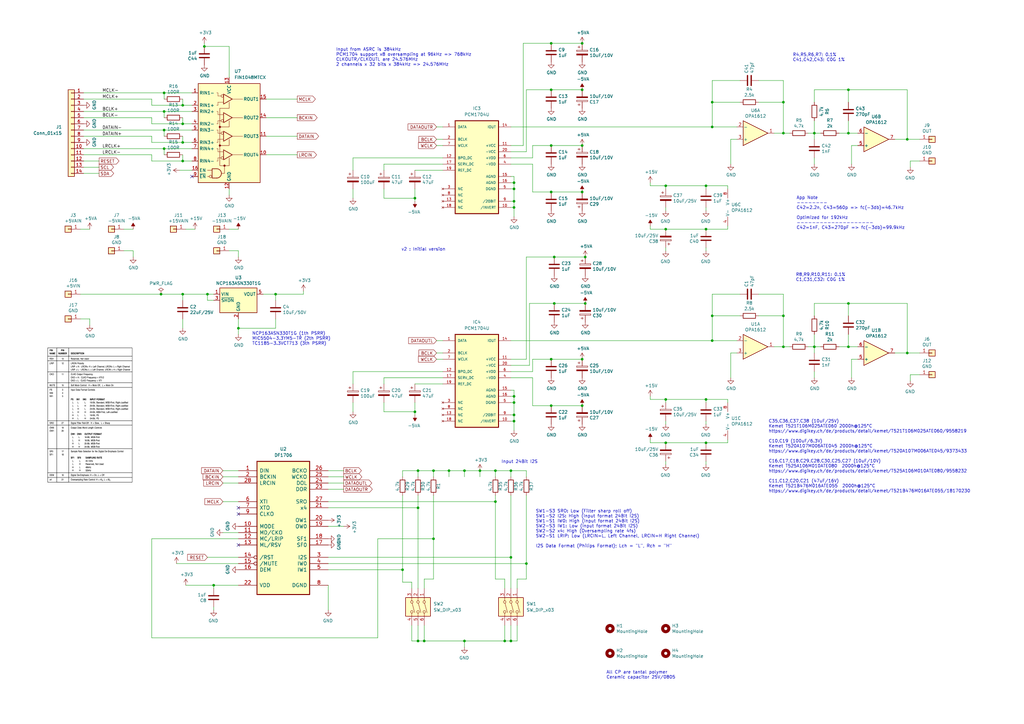
<source format=kicad_sch>
(kicad_sch (version 20250114) (generator "eeschema") (generator_version "9.0")
  (paper "A3")
  (title_block (title "DAC PCM1704 I2S NOS") (date "2025-09-17") (rev "V5"))
  (text "App Note\n--------\nC42=2.2n, C43=560p => fc(-3db)=46.7kHz\n\nOptimized for 192kHz\n--------------------\nC42=1nF, C43=270pF => fc(-3db)=99.9kHz" (at 326.644 87.376 0) (effects (font (size 1.27 1.27)) (justify left)))
  (text "All CP are tantal polymer\nCeramic capacitor 25V/0805" (at 248.666 278.638 0) (effects (font (size 1.27 1.27)) (justify left bottom)))
  (text "R4,R5,R6,R7: 0.1%\nC41,C42,C43: C0G 1%" (at 325.12 25.4 0) (effects (font (size 1.27 1.27)) (justify left bottom)))
  (text "v2 : Initial version" (at 164.592 103.124 0) (effects (font (size 1.27 1.27)) (justify left bottom)))
  (text "SW1-S3 SRO: Low (Filter sharp roll off)\nSW1-S2 I2S: High (Input format 24Bit I2S)\nSW1-S1 IW0: High (Input format 24Bit I2S)\nSW2-S3 IW1: Low (Input format 24Bit I2S)\nSW2-S2 x4: High (Oversampling rate 4fs)\nSW2-S1 LRIP: Low (LRCIN=L, Left Channel, LRCIN=H Right Channel)\n\nI2S Data Format (Philips Format); Lch = \"L\", Rch = \"H\"\n\n" (at 219.71 217.932 0) (effects (font (size 1.27 1.27)) (justify left)))
  (text "Input 24Bit I2S" (at 213.106 189.484 0) (effects (font (size 1.27 1.27))))
  (text "NCP163ASN330T1G (1th PSRR)\nMIC5504-3.3YM5-TR (2th PSRR)\nTC1185-3.3VCT713 (3th PSRR)\n" (at 103.378 138.938 0) (effects (font (size 1.27 1.27)) (justify left)))
  (text "R8,R9,R10,R11: 0.1%\nC1,C31,C32: C0G 1%" (at 326.39 115.57 0) (effects (font (size 1.27 1.27)) (justify left bottom)))
  (text "Input from ASRC is 384kHz\nPCM1704 support x8 oversampling at 96kHz => 768kHz\nCLKOUTR/CLKOUTL are 24.576MHz\n2 channels x 32 bits x 384kHz => 24.576MHz" (at 137.795 27.305 0) (effects (font (size 1.27 1.27)) (justify left bottom)))
  (text "C35,C36,C37,C38 (10uF/25V)\nKemet T521T106M025ATE060 2000h@125°C\nhttps://www.digikey.ch/de/products/detail/kemet/T521T106M025ATE060/9558219\n\nC10,C19 (100uF/6.3V)\nKemet T520A107M006ATE045 2000h@125°C\nhttps://www.digikey.ch/de/products/detail/kemet/T520A107M006ATE045/9373433\n\nC16,C17,C18,C29,C28,C30,C25,C27 (10uF/10V)\nKemet T525A106M010ATE080  2000h@125°C\nhttps://www.digikey.ch/de/products/detail/kemet/T525A106M010ATE080/9558232\n\nC11,C12,C20,C21 (47uF/16V)\nKemet T521B476M016ATE055  2000h@125°C\nhttps://www.digikey.ch/de/products/detail/kemet/T521B476M016ATE055/18170230\n" (at 315.214 187.198 0) (effects (font (size 1.27 1.27)) (justify left)))
  (junction (at 209.55 193.04))
  (junction (at 165.1 233.68))
  (junction (at 74.93 43.18))
  (junction (at 372.11 57.15))
  (junction (at 177.8 193.04))
  (junction (at 210.82 162.56))
  (junction (at 289.56 76.2))
  (junction (at 210.82 172.72))
  (junction (at 372.11 144.78))
  (junction (at 226.06 59.69))
  (junction (at 273.05 181.61))
  (junction (at 273.05 76.2))
  (junction (at 171.45 208.28))
  (junction (at 210.82 74.93))
  (junction (at 347.98 36.83))
  (junction (at 227.33 124.46))
  (junction (at 67.31 53.34))
  (junction (at 226.06 36.83))
  (junction (at 210.82 85.09))
  (junction (at 66.04 120.65))
  (junction (at 238.76 36.83))
  (junction (at 334.01 54.61))
  (junction (at 173.99 262.89))
  (junction (at 321.31 142.24))
  (junction (at 240.03 124.46))
  (junction (at 226.06 147.32))
  (junction (at 203.2 193.04))
  (junction (at 113.03 120.65))
  (junction (at 347.98 124.46))
  (junction (at 177.8 220.98))
  (junction (at 171.45 193.04))
  (junction (at 209.55 262.89))
  (junction (at 184.15 193.04))
  (junction (at 238.76 166.37))
  (junction (at 170.18 168.91))
  (junction (at 292.1 129.54))
  (junction (at 190.5 193.04))
  (junction (at 83.82 19.05))
  (junction (at 209.55 228.6))
  (junction (at 67.31 45.72))
  (junction (at 240.03 105.41))
  (junction (at 321.31 54.61))
  (junction (at 334.01 142.24))
  (junction (at 215.9 231.14))
  (junction (at 238.76 78.74))
  (junction (at 97.79 134.62))
  (junction (at 238.76 17.78))
  (junction (at 190.5 262.89))
  (junction (at 74.93 50.8))
  (junction (at 238.76 59.69))
  (junction (at 74.93 120.65))
  (junction (at 67.31 38.1))
  (junction (at 273.05 93.98))
  (junction (at 74.93 58.42))
  (junction (at 226.06 166.37))
  (junction (at 196.85 193.04))
  (junction (at 85.09 120.65))
  (junction (at 170.18 81.28))
  (junction (at 210.82 165.1))
  (junction (at 210.82 82.55))
  (junction (at 210.82 170.18))
  (junction (at 227.33 105.41))
  (junction (at 292.1 139.7))
  (junction (at 273.05 163.83))
  (junction (at 67.31 60.96))
  (junction (at 238.76 147.32))
  (junction (at 226.06 78.74))
  (junction (at 321.31 129.54))
  (junction (at 292.1 41.91))
  (junction (at 289.56 93.98))
  (junction (at 203.2 205.74))
  (junction (at 171.45 262.89))
  (junction (at 210.82 77.47))
  (junction (at 292.1 52.07))
  (junction (at 321.31 41.91))
  (junction (at 87.63 240.03))
  (junction (at 74.93 66.04))
  (junction (at 289.56 181.61))
  (junction (at 289.56 163.83))
  (junction (at 347.98 142.24))
  (junction (at 226.06 17.78))
  (junction (at 207.01 262.89))
  (junction (at 347.98 54.61))
  (no_connect (at 97.79 210.82))
  (no_connect (at 78.74 72.39))
  (no_connect (at 97.79 223.52))
  (no_connect (at 97.79 208.28))
  (wire (pts (xy 209.55 203.2) (xy 209.55 228.6)))
  (wire (pts (xy 87.63 248.92) (xy 87.63 250.19)))
  (wire (pts (xy 203.2 195.58) (xy 203.2 193.04)))
  (wire (pts (xy 184.15 193.04) (xy 184.15 195.58)))
  (wire (pts (xy 62.23 55.88) (xy 62.23 58.42)))
  (wire (pts (xy 171.45 193.04) (xy 171.45 195.58)))
  (wire (pts (xy 334.01 144.78) (xy 334.01 142.24)))
  (wire (pts (xy 34.29 45.72) (xy 67.31 45.72)))
  (wire (pts (xy 97.79 93.98) (xy 93.98 93.98)))
  (wire (pts (xy 157.48 69.85) (xy 157.48 67.31)))
  (wire (pts (xy 218.44 154.94) (xy 218.44 166.37)))
  (wire (pts (xy 210.82 162.56) (xy 210.82 160.02)))
  (wire (pts (xy 168.91 256.54) (xy 168.91 262.89)))
  (wire (pts (xy 154.94 261.62) (xy 154.94 220.98)))
  (wire (pts (xy 113.03 123.19) (xy 113.03 120.65)))
  (wire (pts (xy 67.31 45.72) (xy 78.74 45.72)))
  (wire (pts (xy 36.83 93.98) (xy 33.02 93.98)))
  (wire (pts (xy 210.82 72.39) (xy 209.55 72.39)))
  (wire (pts (xy 36.83 133.35) (xy 36.83 130.81)))
  (wire (pts (xy 214.63 17.78) (xy 214.63 59.69)))
  (wire (pts (xy 170.18 168.91) (xy 170.18 165.1)))
  (wire (pts (xy 34.29 68.58) (xy 40.64 68.58)))
  (wire (pts (xy 209.55 62.23) (xy 215.9 62.23)))
  (wire (pts (xy 93.98 31.75) (xy 93.98 19.05)))
  (wire (pts (xy 62.23 43.18) (xy 74.93 43.18)))
  (wire (pts (xy 209.55 52.07) (xy 292.1 52.07)))
  (wire (pts (xy 218.44 147.32) (xy 226.06 147.32)))
  (wire (pts (xy 336.55 54.61) (xy 334.01 54.61)))
  (wire (pts (xy 210.82 77.47) (xy 210.82 74.93)))
  (wire (pts (xy 179.07 59.69) (xy 181.61 59.69)))
  (wire (pts (xy 157.48 67.31) (xy 181.61 67.31)))
  (wire (pts (xy 273.05 93.98) (xy 266.7 93.98)))
  (wire (pts (xy 334.01 57.15) (xy 334.01 54.61)))
  (wire (pts (xy 209.55 195.58) (xy 209.55 193.04)))
  (wire (pts (xy 134.62 233.68) (xy 165.1 233.68)))
  (wire (pts (xy 214.63 17.78) (xy 226.06 17.78)))
  (wire (pts (xy 209.55 82.55) (xy 210.82 82.55)))
  (wire (pts (xy 209.55 172.72) (xy 210.82 172.72)))
  (wire (pts (xy 170.18 82.55) (xy 170.18 81.28)))
  (wire (pts (xy 209.55 149.86) (xy 217.17 149.86)))
  (wire (pts (xy 218.44 59.69) (xy 226.06 59.69)))
  (wire (pts (xy 298.45 180.34) (xy 298.45 181.61)))
  (wire (pts (xy 292.1 52.07) (xy 292.1 41.91)))
  (wire (pts (xy 273.05 76.2) (xy 266.7 76.2)))
  (wire (pts (xy 273.05 181.61) (xy 266.7 181.61)))
  (wire (pts (xy 33.02 120.65) (xy 66.04 120.65)))
  (wire (pts (xy 273.05 163.83) (xy 273.05 165.1)))
  (wire (pts (xy 336.55 142.24) (xy 334.01 142.24)))
  (wire (pts (xy 226.06 36.83) (xy 238.76 36.83)))
  (wire (pts (xy 298.45 92.71) (xy 298.45 93.98)))
  (wire (pts (xy 373.38 156.21) (xy 373.38 153.67)))
  (wire (pts (xy 62.23 58.42) (xy 74.93 58.42)))
  (wire (pts (xy 321.31 41.91) (xy 321.31 33.02)))
  (wire (pts (xy 168.91 262.89) (xy 171.45 262.89)))
  (wire (pts (xy 134.62 200.66) (xy 140.97 200.66)))
  (wire (pts (xy 34.29 40.64) (xy 62.23 40.64)))
  (wire (pts (xy 299.72 67.31) (xy 299.72 57.15)))
  (wire (pts (xy 67.31 38.1) (xy 78.74 38.1)))
  (wire (pts (xy 157.48 168.91) (xy 170.18 168.91)))
  (wire (pts (xy 289.56 86.36) (xy 289.56 85.09)))
  (wire (pts (xy 170.18 81.28) (xy 170.18 77.47)))
  (wire (pts (xy 289.56 190.5) (xy 289.56 189.23)))
  (wire (pts (xy 214.63 59.69) (xy 209.55 59.69)))
  (wire (pts (xy 210.82 82.55) (xy 210.82 85.09)))
  (wire (pts (xy 181.61 69.85) (xy 170.18 69.85)))
  (wire (pts (xy 210.82 160.02) (xy 209.55 160.02)))
  (wire (pts (xy 207.01 256.54) (xy 207.01 262.89)))
  (wire (pts (xy 190.5 193.04) (xy 190.5 195.58)))
  (wire (pts (xy 347.98 137.16) (xy 347.98 142.24)))
  (wire (pts (xy 36.83 130.81) (xy 33.02 130.81)))
  (wire (pts (xy 74.93 120.65) (xy 85.09 120.65)))
  (wire (pts (xy 109.22 48.26) (xy 121.92 48.26)))
  (wire (pts (xy 372.11 36.83) (xy 372.11 57.15)))
  (wire (pts (xy 210.82 172.72) (xy 210.82 176.53)))
  (wire (pts (xy 179.07 144.78) (xy 181.61 144.78)))
  (wire (pts (xy 302.26 139.7) (xy 292.1 139.7)))
  (wire (pts (xy 321.31 54.61) (xy 317.5 54.61)))
  (wire (pts (xy 165.1 233.68) (xy 165.1 238.76)))
  (wire (pts (xy 210.82 77.47) (xy 209.55 77.47)))
  (wire (pts (xy 334.01 154.94) (xy 334.01 152.4)))
  (wire (pts (xy 181.61 152.4) (xy 144.78 152.4)))
  (wire (pts (xy 124.46 120.65) (xy 124.46 119.38)))
  (wire (pts (xy 218.44 152.4) (xy 218.44 147.32)))
  (wire (pts (xy 165.1 238.76) (xy 168.91 238.76)))
  (wire (pts (xy 215.9 231.14) (xy 215.9 237.49)))
  (wire (pts (xy 107.95 120.65) (xy 113.03 120.65)))
  (wire (pts (xy 209.55 170.18) (xy 210.82 170.18)))
  (wire (pts (xy 134.62 195.58) (xy 140.97 195.58)))
  (wire (pts (xy 80.01 93.98) (xy 76.2 93.98)))
  (wire (pts (xy 157.48 77.47) (xy 157.48 81.28)))
  (wire (pts (xy 209.55 64.77) (xy 218.44 64.77)))
  (wire (pts (xy 321.31 41.91) (xy 321.31 54.61)))
  (wire (pts (xy 207.01 262.89) (xy 209.55 262.89)))
  (wire (pts (xy 85.09 123.19) (xy 85.09 120.65)))
  (wire (pts (xy 165.1 203.2) (xy 165.1 233.68)))
  (wire (pts (xy 303.53 33.02) (xy 292.1 33.02)))
  (wire (pts (xy 97.79 134.62) (xy 97.79 130.81)))
  (wire (pts (xy 273.05 190.5) (xy 273.05 189.23)))
  (wire (pts (xy 177.8 193.04) (xy 184.15 193.04)))
  (wire (pts (xy 177.8 203.2) (xy 177.8 220.98)))
  (wire (pts (xy 226.06 147.32) (xy 238.76 147.32)))
  (wire (pts (xy 303.53 120.65) (xy 292.1 120.65)))
  (wire (pts (xy 298.45 163.83) (xy 289.56 163.83)))
  (wire (pts (xy 347.98 41.91) (xy 347.98 36.83)))
  (wire (pts (xy 321.31 142.24) (xy 317.5 142.24)))
  (wire (pts (xy 334.01 41.91) (xy 334.01 36.83)))
  (wire (pts (xy 347.98 36.83) (xy 372.11 36.83)))
  (wire (pts (xy 209.55 85.09) (xy 210.82 85.09)))
  (wire (pts (xy 34.29 53.34) (xy 67.31 53.34)))
  (wire (pts (xy 289.56 163.83) (xy 289.56 165.1)))
  (wire (pts (xy 87.63 240.03) (xy 87.63 241.3)))
  (wire (pts (xy 134.62 231.14) (xy 215.9 231.14)))
  (wire (pts (xy 203.2 193.04) (xy 196.85 193.04)))
  (wire (pts (xy 334.01 54.61) (xy 331.47 54.61)))
  (wire (pts (xy 298.45 93.98) (xy 289.56 93.98)))
  (wire (pts (xy 210.82 162.56) (xy 209.55 162.56)))
  (wire (pts (xy 74.93 63.5) (xy 74.93 66.04)))
  (wire (pts (xy 171.45 256.54) (xy 171.45 262.89)))
  (wire (pts (xy 215.9 193.04) (xy 209.55 193.04)))
  (wire (pts (xy 134.62 193.04) (xy 140.97 193.04)))
  (wire (pts (xy 215.9 105.41) (xy 227.33 105.41)))
  (wire (pts (xy 168.91 238.76) (xy 168.91 241.3)))
  (wire (pts (xy 171.45 262.89) (xy 173.99 262.89)))
  (wire (pts (xy 266.7 163.83) (xy 266.7 162.56)))
  (wire (pts (xy 91.44 195.58) (xy 97.79 195.58)))
  (wire (pts (xy 209.55 193.04) (xy 203.2 193.04)))
  (wire (pts (xy 85.09 228.6) (xy 97.79 228.6)))
  (wire (pts (xy 171.45 208.28) (xy 171.45 241.3)))
  (wire (pts (xy 227.33 105.41) (xy 240.03 105.41)))
  (wire (pts (xy 299.72 57.15) (xy 302.26 57.15)))
  (wire (pts (xy 97.79 137.16) (xy 97.79 134.62)))
  (wire (pts (xy 62.23 261.62) (xy 154.94 261.62)))
  (wire (pts (xy 67.31 38.1) (xy 67.31 40.64)))
  (wire (pts (xy 347.98 54.61) (xy 344.17 54.61)))
  (wire (pts (xy 87.63 123.19) (xy 85.09 123.19)))
  (wire (pts (xy 311.15 41.91) (xy 321.31 41.91)))
  (wire (pts (xy 134.62 205.74) (xy 203.2 205.74)))
  (wire (pts (xy 91.44 218.44) (xy 97.79 218.44)))
  (wire (pts (xy 67.31 45.72) (xy 67.31 48.26)))
  (wire (pts (xy 218.44 78.74) (xy 226.06 78.74)))
  (wire (pts (xy 144.78 168.91) (xy 144.78 165.1)))
  (wire (pts (xy 157.48 154.94) (xy 181.61 154.94)))
  (wire (pts (xy 209.55 147.32) (xy 215.9 147.32)))
  (wire (pts (xy 157.48 157.48) (xy 157.48 154.94)))
  (wire (pts (xy 62.23 66.04) (xy 74.93 66.04)))
  (wire (pts (xy 323.85 54.61) (xy 321.31 54.61)))
  (wire (pts (xy 144.78 64.77) (xy 144.78 69.85)))
  (wire (pts (xy 372.11 57.15) (xy 367.03 57.15)))
  (wire (pts (xy 226.06 166.37) (xy 238.76 166.37)))
  (wire (pts (xy 74.93 123.19) (xy 74.93 120.65)))
  (wire (pts (xy 349.25 154.94) (xy 349.25 147.32)))
  (wire (pts (xy 292.1 33.02) (xy 292.1 41.91)))
  (wire (pts (xy 74.93 58.42) (xy 78.74 58.42)))
  (wire (pts (xy 321.31 129.54) (xy 321.31 142.24)))
  (wire (pts (xy 179.07 52.07) (xy 181.61 52.07)))
  (wire (pts (xy 292.1 139.7) (xy 292.1 129.54)))
  (wire (pts (xy 292.1 129.54) (xy 303.53 129.54)))
  (wire (pts (xy 298.45 77.47) (xy 298.45 76.2)))
  (wire (pts (xy 210.82 170.18) (xy 210.82 172.72)))
  (wire (pts (xy 171.45 193.04) (xy 177.8 193.04)))
  (wire (pts (xy 73.66 69.85) (xy 78.74 69.85)))
  (wire (pts (xy 218.44 166.37) (xy 226.06 166.37)))
  (wire (pts (xy 212.09 256.54) (xy 212.09 262.89)))
  (wire (pts (xy 74.93 66.04) (xy 78.74 66.04)))
  (wire (pts (xy 334.01 54.61) (xy 334.01 49.53)))
  (wire (pts (xy 97.79 102.87) (xy 93.98 102.87)))
  (wire (pts (xy 266.7 76.2) (xy 266.7 74.93)))
  (wire (pts (xy 109.22 40.64) (xy 121.92 40.64)))
  (wire (pts (xy 210.82 165.1) (xy 209.55 165.1)))
  (wire (pts (xy 85.09 120.65) (xy 87.63 120.65)))
  (wire (pts (xy 347.98 142.24) (xy 344.17 142.24)))
  (wire (pts (xy 179.07 139.7) (xy 181.61 139.7)))
  (wire (pts (xy 34.29 60.96) (xy 67.31 60.96)))
  (wire (pts (xy 196.85 193.04) (xy 196.85 195.58)))
  (wire (pts (xy 207.01 237.49) (xy 207.01 241.3)))
  (wire (pts (xy 74.93 43.18) (xy 78.74 43.18)))
  (wire (pts (xy 177.8 237.49) (xy 173.99 237.49)))
  (wire (pts (xy 203.2 203.2) (xy 203.2 205.74)))
  (wire (pts (xy 67.31 53.34) (xy 78.74 53.34)))
  (wire (pts (xy 109.22 63.5) (xy 121.92 63.5)))
  (wire (pts (xy 226.06 78.74) (xy 238.76 78.74)))
  (wire (pts (xy 154.94 220.98) (xy 177.8 220.98)))
  (wire (pts (xy 321.31 129.54) (xy 321.31 120.65)))
  (wire (pts (xy 173.99 262.89) (xy 190.5 262.89)))
  (wire (pts (xy 177.8 220.98) (xy 177.8 237.49)))
  (wire (pts (xy 113.03 134.62) (xy 113.03 130.81)))
  (wire (pts (xy 215.9 203.2) (xy 215.9 231.14)))
  (wire (pts (xy 34.29 71.12) (xy 40.64 71.12)))
  (wire (pts (xy 179.07 57.15) (xy 181.61 57.15)))
  (wire (pts (xy 34.29 48.26) (xy 62.23 48.26)))
  (wire (pts (xy 289.56 76.2) (xy 289.56 77.47)))
  (wire (pts (xy 134.62 208.28) (xy 171.45 208.28)))
  (wire (pts (xy 91.44 193.04) (xy 97.79 193.04)))
  (wire (pts (xy 76.2 240.03) (xy 87.63 240.03)))
  (wire (pts (xy 289.56 163.83) (xy 273.05 163.83)))
  (wire (pts (xy 347.98 124.46) (xy 372.11 124.46)))
  (wire (pts (xy 334.01 36.83) (xy 347.98 36.83)))
  (wire (pts (xy 289.56 173.99) (xy 289.56 172.72)))
  (wire (pts (xy 134.62 215.9) (xy 140.97 215.9)))
  (wire (pts (xy 334.01 124.46) (xy 347.98 124.46)))
  (wire (pts (xy 218.44 78.74) (xy 218.44 67.31)))
  (wire (pts (xy 226.06 17.78) (xy 238.76 17.78)))
  (wire (pts (xy 289.56 181.61) (xy 273.05 181.61)))
  (wire (pts (xy 218.44 67.31) (xy 209.55 67.31)))
  (wire (pts (xy 334.01 67.31) (xy 334.01 64.77)))
  (wire (pts (xy 144.78 152.4) (xy 144.78 157.48)))
  (wire (pts (xy 190.5 193.04) (xy 196.85 193.04)))
  (wire (pts (xy 54.61 102.87) (xy 50.8 102.87)))
  (wire (pts (xy 67.31 60.96) (xy 78.74 60.96)))
  (wire (pts (xy 170.18 170.18) (xy 170.18 168.91)))
  (wire (pts (xy 134.62 240.03) (xy 134.62 250.19)))
  (wire (pts (xy 72.39 231.14) (xy 97.79 231.14)))
  (wire (pts (xy 54.61 105.41) (xy 54.61 102.87)))
  (wire (pts (xy 74.93 55.88) (xy 74.93 58.42)))
  (wire (pts (xy 299.72 144.78) (xy 302.26 144.78)))
  (wire (pts (xy 349.25 67.31) (xy 349.25 59.69)))
  (wire (pts (xy 209.55 256.54) (xy 209.55 262.89)))
  (wire (pts (xy 321.31 120.65) (xy 311.15 120.65)))
  (wire (pts (xy 34.29 55.88) (xy 62.23 55.88)))
  (wire (pts (xy 334.01 142.24) (xy 334.01 137.16)))
  (wire (pts (xy 321.31 33.02) (xy 311.15 33.02)))
  (wire (pts (xy 289.56 93.98) (xy 273.05 93.98)))
  (wire (pts (xy 54.61 93.98) (xy 50.8 93.98)))
  (wire (pts (xy 298.45 181.61) (xy 289.56 181.61)))
  (wire (pts (xy 62.23 220.98) (xy 62.23 261.62)))
  (wire (pts (xy 210.82 85.09) (xy 210.82 88.9)))
  (wire (pts (xy 273.05 86.36) (xy 273.05 85.09)))
  (wire (pts (xy 349.25 147.32) (xy 351.79 147.32)))
  (wire (pts (xy 212.09 237.49) (xy 212.09 241.3)))
  (wire (pts (xy 209.55 228.6) (xy 209.55 241.3)))
  (wire (pts (xy 215.9 237.49) (xy 212.09 237.49)))
  (wire (pts (xy 227.33 124.46) (xy 240.03 124.46)))
  (wire (pts (xy 298.45 76.2) (xy 289.56 76.2)))
  (wire (pts (xy 34.29 66.04) (xy 40.64 66.04)))
  (wire (pts (xy 217.17 149.86) (xy 217.17 124.46)))
  (wire (pts (xy 372.11 144.78) (xy 367.03 144.78)))
  (wire (pts (xy 372.11 124.46) (xy 372.11 144.78)))
  (wire (pts (xy 144.78 81.28) (xy 144.78 77.47)))
  (wire (pts (xy 66.04 120.65) (xy 74.93 120.65)))
  (wire (pts (xy 179.07 147.32) (xy 181.61 147.32)))
  (wire (pts (xy 113.03 120.65) (xy 124.46 120.65)))
  (wire (pts (xy 334.01 142.24) (xy 331.47 142.24)))
  (wire (pts (xy 209.55 152.4) (xy 218.44 152.4)))
  (wire (pts (xy 171.45 203.2) (xy 171.45 208.28)))
  (wire (pts (xy 74.93 40.64) (xy 74.93 43.18)))
  (wire (pts (xy 209.55 262.89) (xy 212.09 262.89)))
  (wire (pts (xy 34.29 38.1) (xy 67.31 38.1)))
  (wire (pts (xy 351.79 54.61) (xy 347.98 54.61)))
  (wire (pts (xy 273.05 102.87) (xy 273.05 101.6)))
  (wire (pts (xy 83.82 17.78) (xy 83.82 19.05)))
  (wire (pts (xy 157.48 165.1) (xy 157.48 168.91)))
  (wire (pts (xy 67.31 53.34) (xy 67.31 55.88)))
  (wire (pts (xy 347.98 129.54) (xy 347.98 124.46)))
  (wire (pts (xy 302.26 52.07) (xy 292.1 52.07)))
  (wire (pts (xy 210.82 77.47) (xy 210.82 82.55)))
  (wire (pts (xy 74.93 134.62) (xy 74.93 130.81)))
  (wire (pts (xy 215.9 62.23) (xy 215.9 36.83)))
  (wire (pts (xy 289.56 76.2) (xy 273.05 76.2)))
  (wire (pts (xy 173.99 256.54) (xy 173.99 262.89)))
  (wire (pts (xy 165.1 193.04) (xy 171.45 193.04)))
  (wire (pts (xy 373.38 68.58) (xy 373.38 66.04)))
  (wire (pts (xy 91.44 205.74) (xy 97.79 205.74)))
  (wire (pts (xy 87.63 240.03) (xy 97.79 240.03)))
  (wire (pts (xy 97.79 134.62) (xy 113.03 134.62)))
  (wire (pts (xy 184.15 193.04) (xy 190.5 193.04)))
  (wire (pts (xy 218.44 64.77) (xy 218.44 59.69)))
  (wire (pts (xy 177.8 193.04) (xy 177.8 195.58)))
  (wire (pts (xy 165.1 195.58) (xy 165.1 193.04)))
  (wire (pts (xy 273.05 173.99) (xy 273.05 172.72)))
  (wire (pts (xy 62.23 48.26) (xy 62.23 50.8)))
  (wire (pts (xy 210.82 165.1) (xy 210.82 162.56)))
  (wire (pts (xy 377.19 144.78) (xy 372.11 144.78)))
  (wire (pts (xy 292.1 41.91) (xy 303.53 41.91)))
  (wire (pts (xy 109.22 55.88) (xy 121.92 55.88)))
  (wire (pts (xy 289.56 102.87) (xy 289.56 101.6)))
  (wire (pts (xy 311.15 129.54) (xy 321.31 129.54)))
  (wire (pts (xy 273.05 76.2) (xy 273.05 77.47)))
  (wire (pts (xy 347.98 49.53) (xy 347.98 54.61)))
  (wire (pts (xy 74.93 48.26) (xy 74.93 50.8)))
  (wire (pts (xy 181.61 64.77) (xy 144.78 64.77)))
  (wire (pts (xy 62.23 50.8) (xy 74.93 50.8)))
  (wire (pts (xy 266.7 93.98) (xy 266.7 92.71)))
  (wire (pts (xy 373.38 153.67) (xy 377.19 153.67)))
  (wire (pts (xy 173.99 237.49) (xy 173.99 241.3)))
  (wire (pts (xy 157.48 81.28) (xy 170.18 81.28)))
  (wire (pts (xy 134.62 228.6) (xy 209.55 228.6)))
  (wire (pts (xy 217.17 124.46) (xy 227.33 124.46)))
  (wire (pts (xy 226.06 59.69) (xy 238.76 59.69)))
  (wire (pts (xy 93.98 19.05) (xy 83.82 19.05)))
  (wire (pts (xy 93.98 77.47) (xy 93.98 80.01)))
  (wire (pts (xy 292.1 120.65) (xy 292.1 129.54)))
  (wire (pts (xy 210.82 165.1) (xy 210.82 170.18)))
  (wire (pts (xy 377.19 57.15) (xy 372.11 57.15)))
  (wire (pts (xy 91.44 198.12) (xy 97.79 198.12)))
  (wire (pts (xy 97.79 105.41) (xy 97.79 102.87)))
  (wire (pts (xy 190.5 262.89) (xy 190.5 265.43)))
  (wire (pts (xy 209.55 154.94) (xy 218.44 154.94)))
  (wire (pts (xy 62.23 40.64) (xy 62.23 43.18)))
  (wire (pts (xy 67.31 60.96) (xy 67.31 63.5)))
  (wire (pts (xy 351.79 142.24) (xy 347.98 142.24)))
  (wire (pts (xy 74.93 50.8) (xy 78.74 50.8)))
  (wire (pts (xy 62.23 63.5) (xy 62.23 66.04)))
  (wire (pts (xy 273.05 163.83) (xy 266.7 163.83)))
  (wire (pts (xy 62.23 220.98) (xy 97.79 220.98)))
  (wire (pts (xy 134.62 198.12) (xy 140.97 198.12)))
  (wire (pts (xy 203.2 237.49) (xy 207.01 237.49)))
  (wire (pts (xy 334.01 129.54) (xy 334.01 124.46)))
  (wire (pts (xy 215.9 195.58) (xy 215.9 193.04)))
  (wire (pts (xy 215.9 147.32) (xy 215.9 105.41)))
  (wire (pts (xy 299.72 154.94) (xy 299.72 144.78)))
  (wire (pts (xy 34.29 63.5) (xy 62.23 63.5)))
  (wire (pts (xy 373.38 66.04) (xy 377.19 66.04)))
  (wire (pts (xy 266.7 181.61) (xy 266.7 180.34)))
  (wire (pts (xy 203.2 205.74) (xy 203.2 237.49)))
  (wire (pts (xy 210.82 74.93) (xy 209.55 74.93)))
  (wire (pts (xy 190.5 262.89) (xy 207.01 262.89)))
  (wire (pts (xy 210.82 74.93) (xy 210.82 72.39)))
  (wire (pts (xy 298.45 165.1) (xy 298.45 163.83)))
  (wire (pts (xy 323.85 142.24) (xy 321.31 142.24)))
  (wire (pts (xy 349.25 59.69) (xy 351.79 59.69)))
  (wire (pts (xy 215.9 36.83) (xy 226.06 36.83)))
  (wire (pts (xy 181.61 157.48) (xy 170.18 157.48)))
  (wire (pts (xy 209.55 139.7) (xy 292.1 139.7)))
  (image (at 36.83 170.18) (scale 0.628831))
  (label "LRCLK-" (at 41.91 63.5 0))
  (label "LRCLK+" (at 41.91 60.96 0))
  (label "DATAIN-" (at 41.91 53.34 0))
  (label "MCLK+" (at 41.91 40.64 0))
  (label "BCLK+" (at 41.91 45.72 0))
  (label "DATAIN+" (at 41.91 55.88 0))
  (label "BCLK-" (at 41.91 48.26 0))
  (label "MCLK-" (at 41.91 38.1 0))
  (global_label "WCLK" (shape input) (at 179.07 59.69 180) (property "Intersheetrefs" "${INTERSHEET_REFS}" (effects (hide yes))))
  (global_label "WCLK" (shape output) (at 140.97 195.58 0) (property "Intersheetrefs" "${INTERSHEET_REFS}" (effects (hide yes))))
  (global_label "RESET" (shape output) (at 40.64 66.04 0) (property "Intersheetrefs" "${INTERSHEET_REFS}" (effects (hide yes))))
  (global_label "BCLK" (shape output) (at 140.97 193.04 0) (property "Intersheetrefs" "${INTERSHEET_REFS}" (effects (hide yes))))
  (global_label "BCLK" (shape input) (at 179.07 144.78 180) (property "Intersheetrefs" "${INTERSHEET_REFS}" (effects (hide yes))))
  (global_label "DATAOUTL" (shape output) (at 140.97 198.12 0) (property "Intersheetrefs" "${INTERSHEET_REFS}" (effects (hide yes))))
  (global_label "DATAOUTR" (shape input) (at 179.07 52.07 180) (property "Intersheetrefs" "${INTERSHEET_REFS}" (effects (hide yes))))
  (global_label "WCLK" (shape input) (at 179.07 147.32 180) (property "Intersheetrefs" "${INTERSHEET_REFS}" (effects (hide yes))))
  (global_label "DATAIN" (shape input) (at 91.44 193.04 180) (property "Intersheetrefs" "${INTERSHEET_REFS}" (effects (hide yes))))
  (global_label "SDA" (shape output) (at 40.64 71.12 0) (property "Intersheetrefs" "${INTERSHEET_REFS}" (effects (hide yes))))
  (global_label "BCKIN" (shape output) (at 121.92 48.26 0) (property "Intersheetrefs" "${INTERSHEET_REFS}" (effects (hide yes))))
  (global_label "BCLK" (shape input) (at 179.07 57.15 180) (property "Intersheetrefs" "${INTERSHEET_REFS}" (effects (hide yes))))
  (global_label "RESET" (shape input) (at 85.09 228.6 180) (property "Intersheetrefs" "${INTERSHEET_REFS}" (effects (hide yes))))
  (global_label "MCLK" (shape input) (at 91.44 205.74 180) (property "Intersheetrefs" "${INTERSHEET_REFS}" (effects (hide yes))))
  (global_label "DATAIN" (shape output) (at 121.92 55.88 0) (property "Intersheetrefs" "${INTERSHEET_REFS}" (effects (hide yes))))
  (global_label "LRCIN" (shape output) (at 121.92 63.5 0) (property "Intersheetrefs" "${INTERSHEET_REFS}" (effects (hide yes))))
  (global_label "MCLK" (shape output) (at 121.92 40.64 0) (property "Intersheetrefs" "${INTERSHEET_REFS}" (effects (hide yes))))
  (global_label "SCL" (shape output) (at 40.64 68.58 0) (property "Intersheetrefs" "${INTERSHEET_REFS}" (effects (hide yes))))
  (global_label "BCKIN" (shape input) (at 91.44 195.58 180) (property "Intersheetrefs" "${INTERSHEET_REFS}" (effects (hide yes))))
  (global_label "LRCIN" (shape input) (at 91.44 198.12 180) (property "Intersheetrefs" "${INTERSHEET_REFS}" (effects (hide yes))))
  (global_label "DATAOUTR" (shape output) (at 140.97 200.66 0) (property "Intersheetrefs" "${INTERSHEET_REFS}" (effects (hide yes))))
  (global_label "DATAOUTL" (shape input) (at 179.07 139.7 180) (property "Intersheetrefs" "${INTERSHEET_REFS}" (effects (hide yes))))
  (symbol (lib_name "MountingHole_2") (lib_id "Mechanical:MountingHole") (at 250.19 257.81 0) (unit 1)
    (property "Reference" "H1" (at 252.73 256.6416 0) (effects (justify left)))
    (property "Value" "MountingHole" (at 252.73 258.953 0) (effects (justify left)))
    (property "Footprint" "MountingHole:MountingHole_3.2mm_M3" (effects (hide yes)))
  )
  (symbol (lib_name "MountingHole_1") (lib_id "Mechanical:MountingHole") (at 273.05 257.81 0) (unit 1)
    (property "Reference" "H3" (at 275.59 256.6416 0) (effects (justify left)))
    (property "Value" "MountingHole" (at 275.59 258.953 0) (effects (justify left)))
    (property "Footprint" "MountingHole:MountingHole_3.2mm_M3" (effects (hide yes)))
  )
  (symbol (lib_id "Mechanical:MountingHole") (at 250.19 267.97 0) (unit 1)
    (property "Reference" "H2" (at 252.73 266.8016 0) (effects (justify left)))
    (property "Value" "MountingHole" (at 252.73 269.113 0) (effects (justify left)))
    (property "Footprint" "MountingHole:MountingHole_3.2mm_M3" (effects (hide yes)))
  )
  (symbol (lib_name "MountingHole_3") (lib_id "Mechanical:MountingHole") (at 273.05 267.97 0) (unit 1)
    (property "Reference" "H4" (at 275.59 266.8016 0) (effects (justify left)))
    (property "Value" "MountingHole" (at 275.59 269.113 0) (effects (justify left)))
    (property "Footprint" "MountingHole:MountingHole_3.2mm_M3" (effects (hide yes)))
  )
  (symbol (lib_id "power:PWR_FLAG") (at 66.04 120.65 0) (unit 1)
    (property "Reference" "#FLG0102" (effects (hide yes)))
    (property "Value" "PWR_FLAG" (at 66.04 116.2558 0))
  )
  (symbol (lib_id "Regulator_Linear:TC1017-xCT") (at 97.79 123.19 0) (unit 1)
    (property "Reference" "U3" (at 97.79 113.8682 0))
    (property "Value" "NCP163ASN330T1G" (at 97.79 116.1796 0))
    (property "Footprint" "Package_TO_SOT_SMD:SOT-23-5" (effects (hide yes)))
    (property "Datasheet" "http://ww1.microchip.com/downloads/en/DeviceDoc/21813F.pdf" (effects (hide yes)))
  )
  (symbol (lib_id "dac-i2s-nos-rescue:CP-Device") (at 170.18 73.66 0) (unit 1)
    (property "Reference" "C12" (at 173.1772 72.4916 0) (effects (justify left)))
    (property "Value" "47uF" (at 173.1772 74.803 0) (effects (justify left)))
    (property "Footprint" "Capacitor_Tantalum_SMD:CP_EIA-3528-21_Kemet-B_HandSolder" (effects (hide yes)))
    (property "Datasheet" "https://www.digikey.ch/de/products/detail/kemet/T521B476M016ATE055/18170230" (effects (hide yes)))
  )
  (symbol (lib_id "dac-i2s-nos-rescue:CP-Device") (at 157.48 73.66 0) (unit 1)
    (property "Reference" "C11" (at 160.4772 72.4916 0) (effects (justify left)))
    (property "Value" "47uF" (at 160.4772 74.803 0) (effects (justify left)))
    (property "Footprint" "Capacitor_Tantalum_SMD:CP_EIA-3528-21_Kemet-B_HandSolder" (effects (hide yes)))
    (property "Datasheet" "https://www.digikey.ch/de/products/detail/kemet/T521B476M016ATE055/18170230" (effects (hide yes)))
  )
  (symbol (lib_id "dac-i2s-nos-rescue:CP-Device") (at 144.78 73.66 0) (unit 1)
    (property "Reference" "C10" (at 147.7772 72.4916 0) (effects (justify left)))
    (property "Value" "100uF" (at 147.7772 74.803 0) (effects (justify left)))
    (property "Footprint" "Capacitor_Tantalum_SMD:CP_EIA-3216-18_Kemet-A_HandSolder" (effects (hide yes)))
    (property "Datasheet" "https://www.digikey.ch/de/products/detail/kemet/T520A107M006ATE045/9373433" (effects (hide yes)))
  )
  (symbol (lib_name "GND_51") (lib_id "power:GND") (at 210.82 88.9 0) (unit 1)
    (property "Reference" "#PWR0125" (effects (hide yes)))
    (property "Value" "GND" (at 210.947 93.2942 0))
  )
  (symbol (lib_name "GND_50") (lib_id "power:GND") (at 97.79 137.16 0) (unit 1)
    (property "Reference" "#PWR0102" (effects (hide yes)))
    (property "Value" "GND" (at 97.917 141.5542 0))
  )
  (symbol (lib_id "power:-5VA") (at 170.18 82.55 180) (unit 1)
    (property "Reference" "#PWR0132" (effects (hide yes)))
    (property "Value" "-5VA" (at 169.799 86.9442 0))
  )
  (symbol (lib_id "dac-i2s-nos-rescue:CP-Device") (at 273.05 168.91 0) (unit 1)
    (property "Reference" "C35" (at 276.0472 167.7416 0) (effects (justify left)))
    (property "Value" "10uF/25V" (at 276.0472 170.053 0) (effects (justify left)))
    (property "Footprint" "Capacitor_Tantalum_SMD:CP_EIA-3528-12_Kemet-T_HandSolder" (effects (hide yes)))
    (property "Datasheet" "https://www.digikey.ch/de/products/detail/kemet/T521T106M025ATE060/9558219" (effects (hide yes)))
  )
  (symbol (lib_id "dac-i2s-nos-rescue:CP-Device") (at 273.05 185.42 180) (unit 1)
    (property "Reference" "C36" (at 270.0528 186.5884 0) (effects (justify left)))
    (property "Value" "10uF/25V" (at 270.0528 184.277 0) (effects (justify left)))
    (property "Footprint" "Capacitor_Tantalum_SMD:CP_EIA-3528-12_Kemet-T_HandSolder" (effects (hide yes)))
    (property "Datasheet" "https://www.digikey.ch/de/products/detail/kemet/T521T106M025ATE060/9558219" (effects (hide yes)))
  )
  (symbol (lib_id "Device:C") (at 289.56 168.91 0) (unit 1)
    (property "Reference" "C33" (at 292.481 167.7416 0) (effects (justify left)))
    (property "Value" "1uF" (at 292.481 170.053 0) (effects (justify left)))
    (property "Footprint" "Capacitor_SMD:C_0805_2012Metric_Pad1.18x1.45mm_HandSolder" (effects (hide yes)))
  )
  (symbol (lib_id "Device:C") (at 289.56 185.42 180) (unit 1)
    (property "Reference" "C34" (at 286.639 186.5884 0) (effects (justify left)))
    (property "Value" "1uF" (at 286.639 184.277 0) (effects (justify left)))
    (property "Footprint" "Capacitor_SMD:C_0805_2012Metric_Pad1.18x1.45mm_HandSolder" (effects (hide yes)))
  )
  (symbol (lib_id "Amplifier_Operational:OPA1678") (at 309.88 142.24 0) (mirror x) (unit 1)
    (property "Reference" "U1" (at 309.88 132.9182 0))
    (property "Value" "OPA1612" (at 309.88 135.2296 0))
    (property "Footprint" "Package_SO:SOIC-8_3.9x4.9mm_P1.27mm" (effects (hide yes)))
    (property "Datasheet" "https://www.digikey.ch/product-detail/de/texas-instruments/OPA1612AIDR/296-39098-1-ND/5143116" (effects (hide yes)))
  )
  (symbol (lib_id "Amplifier_Operational:OPA1678") (at 300.99 172.72 0) (unit 3)
    (property "Reference" "U1" (at 299.9232 171.5516 0) (effects (justify left)))
    (property "Value" "OPA1612" (at 299.9232 173.863 0) (effects (justify left)))
    (property "Datasheet" "http://www.ti.com/lit/ds/symlink/opa1678.pdf" (effects (hide yes)))
  )
  (symbol (lib_name "+3.3V_6") (lib_id "power:+3.3V") (at 124.46 119.38 0) (unit 1)
    (property "Reference" "#PWR0105" (effects (hide yes)))
    (property "Value" "+3V3" (at 124.841 114.9858 0))
  )
  (symbol (lib_name "GND_48") (lib_id "power:GND") (at 144.78 81.28 0) (unit 1)
    (property "Reference" "#PWR0133" (effects (hide yes)))
    (property "Value" "GND" (at 144.907 85.6742 0))
  )
  (symbol (lib_id "Device:R") (at 307.34 129.54 270) (unit 1)
    (property "Reference" "R8" (at 307.34 124.2822 90))
    (property "Value" "2.5k" (at 307.34 126.5936 90))
    (property "Footprint" "Resistor_SMD:R_0805_2012Metric_Pad1.20x1.40mm_HandSolder" (effects (hide yes)))
  )
  (symbol (lib_name "GND_47") (lib_id "power:GND") (at 74.93 134.62 0) (unit 1)
    (property "Reference" "#PWR0101" (effects (hide yes)))
    (property "Value" "GND" (at 75.057 139.0142 0))
  )
  (symbol (lib_id "Connector_Generic:Conn_01x01") (at 27.94 93.98 180) (unit 1)
    (property "Reference" "J3" (at 30.0228 88.265 0))
    (property "Value" "+5VAIN" (at 30.0228 90.5764 0))
    (property "Footprint" "Connector_Pin:Pin_D1.0mm_L10.0mm" (effects (hide yes)))
  )
  (symbol (lib_id "Device:C") (at 307.34 120.65 90) (unit 1)
    (property "Reference" "C1" (at 306.1716 117.729 0) (effects (justify left)))
    (property "Value" "47pF" (at 308.483 117.729 0) (effects (justify left)))
    (property "Footprint" "Capacitor_SMD:C_0805_2012Metric_Pad1.18x1.45mm_HandSolder" (effects (hide yes)))
  )
  (symbol (lib_id "Device:R") (at 327.66 142.24 270) (unit 1)
    (property "Reference" "R9" (at 327.66 136.9822 90))
    (property "Value" "4.7k" (at 327.66 139.2936 90))
    (property "Footprint" "Resistor_SMD:R_0805_2012Metric_Pad1.20x1.40mm_HandSolder" (effects (hide yes)))
  )
  (symbol (lib_id "Device:C") (at 334.01 148.59 0) (unit 1)
    (property "Reference" "C31" (at 336.931 147.4216 0) (effects (justify left)))
    (property "Value" "1nF" (at 336.931 149.733 0) (effects (justify left)))
    (property "Footprint" "Capacitor_SMD:C_0805_2012Metric_Pad1.18x1.45mm_HandSolder" (effects (hide yes)))
  )
  (symbol (lib_id "Amplifier_Operational:OPA1678") (at 359.41 144.78 0) (mirror x) (unit 2)
    (property "Reference" "U1" (at 359.41 135.4582 0))
    (property "Value" "OPA1612" (at 359.41 137.7696 0))
    (property "Footprint" "Package_SO:SOIC-8_3.9x4.9mm_P1.27mm" (effects (hide yes)))
    (property "Datasheet" "https://www.digikey.ch/product-detail/de/texas-instruments/OPA1612AIDR/296-39098-1-ND/5143116" (effects (hide yes)))
  )
  (symbol (lib_id "Connector_Generic:Conn_01x01") (at 45.72 93.98 180) (unit 1)
    (property "Reference" "J7" (at 47.8028 88.265 0))
    (property "Value" "-5VAIN" (at 47.8028 90.5764 0))
    (property "Footprint" "Connector_Pin:Pin_D1.0mm_L10.0mm" (effects (hide yes)))
  )
  (symbol (lib_id "Connector_Generic:Conn_01x01") (at 45.72 102.87 180) (unit 1)
    (property "Reference" "J8" (at 47.8028 97.155 0))
    (property "Value" "GND" (at 47.8028 99.4664 0))
    (property "Footprint" "Connector_Pin:Pin_D1.0mm_L10.0mm" (effects (hide yes)))
  )
  (symbol (lib_name "GND_46") (lib_id "power:GND") (at 54.61 105.41 0) (unit 1)
    (property "Reference" "#PWR0135" (effects (hide yes)))
    (property "Value" "GND" (at 54.737 109.8042 0))
  )
  (symbol (lib_name "-5VA_6") (lib_id "power:-5VA") (at 54.61 93.98 0) (unit 1)
    (property "Reference" "#PWR0136" (effects (hide yes)))
    (property "Value" "-5VA" (at 54.991 89.5858 0))
  )
  (symbol (lib_id "Device:R") (at 340.36 142.24 270) (unit 1)
    (property "Reference" "R11" (at 340.36 136.9822 90))
    (property "Value" "2k" (at 340.36 139.2936 90))
    (property "Footprint" "Resistor_SMD:R_0805_2012Metric_Pad1.20x1.40mm_HandSolder" (effects (hide yes)))
  )
  (symbol (lib_id "Device:R") (at 334.01 133.35 180) (unit 1)
    (property "Reference" "R10" (at 339.2678 133.35 90))
    (property "Value" "4.7k" (at 336.9564 133.35 90))
    (property "Footprint" "Resistor_SMD:R_0805_2012Metric_Pad1.20x1.40mm_HandSolder" (effects (hide yes)))
  )
  (symbol (lib_id "Device:C") (at 347.98 133.35 0) (unit 1)
    (property "Reference" "C32" (at 350.901 132.1816 0) (effects (justify left)))
    (property "Value" "270pF" (at 350.901 134.493 0) (effects (justify left)))
    (property "Footprint" "Capacitor_SMD:C_0805_2012Metric_Pad1.18x1.45mm_HandSolder" (effects (hide yes)))
  )
  (symbol (lib_id "Device:C") (at 226.06 151.13 0) (unit 1)
    (property "Reference" "C26" (at 228.981 149.9616 0) (effects (justify left)))
    (property "Value" "1uF" (at 228.981 152.273 0) (effects (justify left)))
    (property "Footprint" "Capacitor_SMD:C_0805_2012Metric_Pad1.18x1.45mm_HandSolder" (effects (hide yes)))
  )
  (symbol (lib_id "power:+5VA") (at 36.83 93.98 0) (unit 1)
    (property "Reference" "#PWR0137" (effects (hide yes)))
    (property "Value" "+5VA" (at 37.211 89.5858 0))
  )
  (symbol (lib_id "Connector_Generic:Conn_01x01") (at 71.12 93.98 180) (unit 1)
    (property "Reference" "J11" (at 73.2028 88.265 0))
    (property "Value" "+15VAIN" (at 73.2028 90.5764 0))
    (property "Footprint" "Connector_Pin:Pin_D1.0mm_L10.0mm" (effects (hide yes)))
  )
  (symbol (lib_id "Connector_Generic:Conn_01x01") (at 88.9 93.98 180) (unit 1)
    (property "Reference" "J13" (at 90.9828 88.265 0))
    (property "Value" "-15VAIN" (at 90.9828 90.5764 0))
    (property "Footprint" "Connector_Pin:Pin_D1.0mm_L10.0mm" (effects (hide yes)))
  )
  (symbol (lib_id "Connector_Generic:Conn_01x01") (at 88.9 102.87 180) (unit 1)
    (property "Reference" "J18" (at 90.9828 97.155 0))
    (property "Value" "GND" (at 90.9828 99.4664 0))
    (property "Footprint" "Connector_Pin:Pin_D1.0mm_L10.0mm" (effects (hide yes)))
  )
  (symbol (lib_id "power:GND") (at 97.79 105.41 0) (unit 1)
    (property "Reference" "#PWR0139" (effects (hide yes)))
    (property "Value" "GND" (at 97.917 109.8042 0))
  )
  (symbol (lib_id "power:+15V") (at 80.01 93.98 0) (unit 1)
    (property "Reference" "#PWR0140" (effects (hide yes)))
    (property "Value" "+15V" (at 80.391 89.5858 0))
  )
  (symbol (lib_id "power:-15V") (at 97.79 93.98 0) (unit 1)
    (property "Reference" "#PWR0141" (effects (hide yes)))
    (property "Value" "-15V" (at 98.171 89.5858 0))
  )
  (symbol (lib_name "GND_38") (lib_id "power:GND") (at 334.01 154.94 0) (unit 1)
    (property "Reference" "#PWR0119" (effects (hide yes)))
    (property "Value" "GND" (at 334.137 159.3342 0))
  )
  (symbol (lib_name "GND_37") (lib_id "power:GND") (at 349.25 154.94 0) (unit 1)
    (property "Reference" "#PWR0159" (effects (hide yes)))
    (property "Value" "GND" (at 349.377 159.3342 0))
  )
  (symbol (lib_name "GND_42") (lib_id "power:GND") (at 299.72 154.94 0) (unit 1)
    (property "Reference" "#PWR0161" (effects (hide yes)))
    (property "Value" "GND" (at 299.847 159.3342 0))
  )
  (symbol (lib_id "Connector_Generic:Conn_01x01") (at 382.27 57.15 0) (mirror x) (unit 1)
    (property "Reference" "J9" (at 380.1872 51.435 0))
    (property "Value" "OUT" (at 380.1872 53.7464 0))
    (property "Footprint" "Connector_Pin:Pin_D1.0mm_L10.0mm" (effects (hide yes)))
  )
  (symbol (lib_id "Connector_Generic:Conn_01x01") (at 382.27 66.04 0) (mirror x) (unit 1)
    (property "Reference" "J10" (at 380.1872 60.325 0))
    (property "Value" "GND" (at 380.1872 62.6364 0))
    (property "Footprint" "Connector_Pin:Pin_D1.0mm_L10.0mm" (effects (hide yes)))
  )
  (symbol (lib_name "GND_36") (lib_id "power:GND") (at 373.38 68.58 0) (mirror y) (unit 1)
    (property "Reference" "#PWR0143" (effects (hide yes)))
    (property "Value" "GND" (at 373.253 72.9742 0))
  )
  (symbol (lib_id "Device:C") (at 87.63 245.11 180) (unit 1)
    (property "Reference" "C8" (at 84.709 246.2784 0) (effects (justify left)))
    (property "Value" "1uF" (at 84.709 243.967 0) (effects (justify left)))
    (property "Footprint" "Capacitor_SMD:C_0603_1608Metric_Pad1.08x0.95mm_HandSolder" (effects (hide yes)))
  )
  (symbol (lib_id "dac-i2s-nos-rescue:CP-Device") (at 170.18 161.29 0) (unit 1)
    (property "Reference" "C21" (at 173.1772 160.1216 0) (effects (justify left)))
    (property "Value" "47uF" (at 173.1772 162.433 0) (effects (justify left)))
    (property "Footprint" "Capacitor_Tantalum_SMD:CP_EIA-3528-21_Kemet-B_HandSolder" (effects (hide yes)))
    (property "Datasheet" "https://www.digikey.ch/de/products/detail/kemet/T521B476M016ATE055/18170230" (effects (hide yes)))
  )
  (symbol (lib_id "dac-i2s-nos-rescue:CP-Device") (at 157.48 161.29 0) (unit 1)
    (property "Reference" "C20" (at 160.4772 160.1216 0) (effects (justify left)))
    (property "Value" "47uF" (at 160.4772 162.433 0) (effects (justify left)))
    (property "Footprint" "Capacitor_Tantalum_SMD:CP_EIA-3528-21_Kemet-B_HandSolder" (effects (hide yes)))
    (property "Datasheet" "https://www.digikey.ch/de/products/detail/kemet/T521B476M016ATE055/18170230" (effects (hide yes)))
  )
  (symbol (lib_id "dac-i2s-nos-rescue:CP-Device") (at 144.78 161.29 0) (unit 1)
    (property "Reference" "C19" (at 147.7772 160.1216 0) (effects (justify left)))
    (property "Value" "100uF" (at 147.7772 162.433 0) (effects (justify left)))
    (property "Footprint" "Capacitor_Tantalum_SMD:CP_EIA-3216-18_Kemet-A_HandSolder" (effects (hide yes)))
    (property "Datasheet" "https://www.digikey.ch/de/products/detail/kemet/T520A107M006ATE045/9373433" (effects (hide yes)))
  )
  (symbol (lib_name "-5VA_5") (lib_id "power:-5VA") (at 170.18 170.18 180) (unit 1)
    (property "Reference" "#PWR0157" (effects (hide yes)))
    (property "Value" "-5VA" (at 169.799 174.5742 0))
  )
  (symbol (lib_name "GND_31") (lib_id "power:GND") (at 144.78 168.91 0) (unit 1)
    (property "Reference" "#PWR0158" (effects (hide yes)))
    (property "Value" "GND" (at 144.907 173.3042 0))
  )
  (symbol (lib_id "Connector_Generic:Conn_01x01") (at 382.27 153.67 0) (mirror x) (unit 1)
    (property "Reference" "J12" (at 380.1872 147.955 0))
    (property "Value" "GND" (at 380.1872 150.2664 0))
    (property "Footprint" "Connector_Pin:Pin_D1.0mm_L10.0mm" (effects (hide yes)))
  )
  (symbol (lib_name "GND_30") (lib_id "power:GND") (at 373.38 156.21 0) (mirror y) (unit 1)
    (property "Reference" "#PWR0160" (effects (hide yes)))
    (property "Value" "GND" (at 373.253 160.6042 0))
  )
  (symbol (lib_id "Connector_Generic:Conn_01x01") (at 382.27 144.78 0) (mirror x) (unit 1)
    (property "Reference" "J6" (at 380.1872 139.065 0))
    (property "Value" "OUT" (at 380.1872 141.3764 0))
    (property "Footprint" "Connector_Pin:Pin_D1.0mm_L10.0mm" (effects (hide yes)))
  )
  (symbol (lib_name "GND_29") (lib_id "power:GND") (at 289.56 190.5 0) (mirror y) (unit 1)
    (property "Reference" "#PWR0162" (effects (hide yes)))
    (property "Value" "GND" (at 289.433 194.8942 0))
  )
  (symbol (lib_name "GND_28") (lib_id "power:GND") (at 289.56 173.99 0) (mirror y) (unit 1)
    (property "Reference" "#PWR0163" (effects (hide yes)))
    (property "Value" "GND" (at 289.433 178.3842 0))
  )
  (symbol (lib_name "GND_27") (lib_id "power:GND") (at 273.05 190.5 0) (mirror y) (unit 1)
    (property "Reference" "#PWR0164" (effects (hide yes)))
    (property "Value" "GND" (at 272.923 194.8942 0))
  )
  (symbol (lib_name "GND_26") (lib_id "power:GND") (at 273.05 173.99 0) (mirror y) (unit 1)
    (property "Reference" "#PWR0166" (effects (hide yes)))
    (property "Value" "GND" (at 272.923 178.3842 0))
  )
  (symbol (lib_name "+15V_1") (lib_id "power:+15V") (at 266.7 162.56 0) (unit 1)
    (property "Reference" "#PWR0167" (effects (hide yes)))
    (property "Value" "+15V" (at 267.081 158.1658 0))
  )
  (symbol (lib_name "-15V_1") (lib_id "power:-15V") (at 266.7 180.34 0) (unit 1)
    (property "Reference" "#PWR0168" (effects (hide yes)))
    (property "Value" "-15V" (at 267.081 175.9458 0))
  )
  (symbol (lib_id "dac-i2s-nos-rescue:CP-Device") (at 238.76 151.13 0) (unit 1)
    (property "Reference" "C25" (at 241.7572 149.9616 0) (effects (justify left)))
    (property "Value" "10uF/10V" (at 241.7572 152.273 0) (effects (justify left)))
    (property "Footprint" "Capacitor_Tantalum_SMD:CP_EIA-3216-18_Kemet-A_HandSolder" (effects (hide yes)))
    (property "Datasheet" "https://www.digikey.ch/de/products/detail/kemet/T525A106M010ATE080/9558232" (effects (hide yes)))
  )
  (symbol (lib_name "GND_25") (lib_id "power:GND") (at 226.06 154.94 0) (unit 1)
    (property "Reference" "#PWR0138" (effects (hide yes)))
    (property "Value" "GND" (at 226.187 159.3342 0))
  )
  (symbol (lib_name "GND_24") (lib_id "power:GND") (at 238.76 154.94 0) (unit 1)
    (property "Reference" "#PWR0148" (effects (hide yes)))
    (property "Value" "GND" (at 238.887 159.3342 0))
  )
  (symbol (lib_id "Device:C") (at 227.33 109.22 0) (unit 1)
    (property "Reference" "C23" (at 230.251 108.0516 0) (effects (justify left)))
    (property "Value" "1uF" (at 230.251 110.363 0) (effects (justify left)))
    (property "Footprint" "Capacitor_SMD:C_0805_2012Metric_Pad1.18x1.45mm_HandSolder" (effects (hide yes)))
  )
  (symbol (lib_id "dac-i2s-nos-rescue:CP-Device") (at 240.03 109.22 0) (unit 1)
    (property "Reference" "C28" (at 243.0272 108.0516 0) (effects (justify left)))
    (property "Value" "10uF/10V" (at 243.0272 110.363 0) (effects (justify left)))
    (property "Footprint" "Capacitor_Tantalum_SMD:CP_EIA-3216-18_Kemet-A_HandSolder" (effects (hide yes)))
    (property "Datasheet" "https://www.digikey.ch/de/products/detail/kemet/T525A106M010ATE080/9558232" (effects (hide yes)))
  )
  (symbol (lib_name "GND_23") (lib_id "power:GND") (at 227.33 113.03 0) (unit 1)
    (property "Reference" "#PWR0149" (effects (hide yes)))
    (property "Value" "GND" (at 227.457 117.4242 0))
  )
  (symbol (lib_name "GND_22") (lib_id "power:GND") (at 240.03 113.03 0) (unit 1)
    (property "Reference" "#PWR0153" (effects (hide yes)))
    (property "Value" "GND" (at 240.157 117.4242 0))
  )
  (symbol (lib_name "+5VA_4") (lib_id "power:+5VA") (at 240.03 105.41 0) (unit 1)
    (property "Reference" "#PWR0155" (effects (hide yes)))
    (property "Value" "+5VA" (at 240.411 101.0158 0))
  )
  (symbol (lib_id "Device:C") (at 227.33 128.27 0) (unit 1)
    (property "Reference" "C24" (at 230.251 127.1016 0) (effects (justify left)))
    (property "Value" "1uF" (at 230.251 129.413 0) (effects (justify left)))
    (property "Footprint" "Capacitor_SMD:C_0805_2012Metric_Pad1.18x1.45mm_HandSolder" (effects (hide yes)))
  )
  (symbol (lib_id "dac-i2s-nos-rescue:CP-Device") (at 240.03 128.27 0) (mirror x) (unit 1)
    (property "Reference" "C30" (at 243.0272 129.4384 0) (effects (justify left)))
    (property "Value" "10uF/10V" (at 243.0272 127.127 0) (effects (justify left)))
    (property "Footprint" "Capacitor_Tantalum_SMD:CP_EIA-3216-18_Kemet-A_HandSolder" (effects (hide yes)))
    (property "Datasheet" "https://www.digikey.ch/de/products/detail/kemet/T525A106M010ATE080/9558232" (effects (hide yes)))
  )
  (symbol (lib_name "GND_21") (lib_id "power:GND") (at 227.33 132.08 0) (unit 1)
    (property "Reference" "#PWR0156" (effects (hide yes)))
    (property "Value" "GND" (at 227.457 136.4742 0))
  )
  (symbol (lib_name "GND_20") (lib_id "power:GND") (at 240.03 132.08 0) (unit 1)
    (property "Reference" "#PWR0169" (effects (hide yes)))
    (property "Value" "GND" (at 240.157 136.4742 0))
  )
  (symbol (lib_id "Device:C") (at 226.06 170.18 0) (unit 1)
    (property "Reference" "C22" (at 228.981 169.0116 0) (effects (justify left)))
    (property "Value" "1uF" (at 228.981 171.323 0) (effects (justify left)))
    (property "Footprint" "Capacitor_SMD:C_0805_2012Metric_Pad1.18x1.45mm_HandSolder" (effects (hide yes)))
  )
  (symbol (lib_id "dac-i2s-nos-rescue:CP-Device") (at 238.76 170.18 0) (mirror x) (unit 1)
    (property "Reference" "C27" (at 241.7572 171.3484 0) (effects (justify left)))
    (property "Value" "10uF/10V" (at 241.7572 169.037 0) (effects (justify left)))
    (property "Footprint" "Capacitor_Tantalum_SMD:CP_EIA-3216-18_Kemet-A_HandSolder" (effects (hide yes)))
    (property "Datasheet" "https://www.digikey.ch/de/products/detail/kemet/T525A106M010ATE080/9558232" (effects (hide yes)))
  )
  (symbol (lib_name "GND_19") (lib_id "power:GND") (at 226.06 173.99 0) (unit 1)
    (property "Reference" "#PWR0170" (effects (hide yes)))
    (property "Value" "GND" (at 226.187 178.3842 0))
  )
  (symbol (lib_name "GND_18") (lib_id "power:GND") (at 238.76 173.99 0) (unit 1)
    (property "Reference" "#PWR0171" (effects (hide yes)))
    (property "Value" "GND" (at 238.887 178.3842 0))
  )
  (symbol (lib_name "-5VA_4") (lib_id "power:-5VA") (at 240.03 124.46 0) (unit 1)
    (property "Reference" "#PWR0172" (effects (hide yes)))
    (property "Value" "-5VA" (at 240.411 120.0658 0))
  )
  (symbol (lib_name "-5VA_3") (lib_id "power:-5VA") (at 238.76 166.37 0) (unit 1)
    (property "Reference" "#PWR0173" (effects (hide yes)))
    (property "Value" "-5VA" (at 239.141 161.9758 0))
  )
  (symbol (lib_name "+5VA_3") (lib_id "power:+5VA") (at 238.76 147.32 0) (unit 1)
    (property "Reference" "#PWR0174" (effects (hide yes)))
    (property "Value" "+5VA" (at 239.141 142.9258 0))
  )
  (symbol (lib_id "Device:C") (at 226.06 21.59 0) (unit 1)
    (property "Reference" "C9" (at 228.981 20.4216 0) (effects (justify left)))
    (property "Value" "1uF" (at 228.981 22.733 0) (effects (justify left)))
    (property "Footprint" "Capacitor_SMD:C_0805_2012Metric_Pad1.18x1.45mm_HandSolder" (effects (hide yes)))
  )
  (symbol (lib_id "dac-i2s-nos-rescue:CP-Device") (at 238.76 21.59 0) (unit 1)
    (property "Reference" "C16" (at 241.7572 20.4216 0) (effects (justify left)))
    (property "Value" "10uF/10V" (at 241.7572 22.733 0) (effects (justify left)))
    (property "Footprint" "Capacitor_Tantalum_SMD:CP_EIA-3216-18_Kemet-A_HandSolder" (effects (hide yes)))
    (property "Datasheet" "https://www.digikey.ch/de/products/detail/kemet/T525A106M010ATE080/9558232" (effects (hide yes)))
  )
  (symbol (lib_name "GND_17") (lib_id "power:GND") (at 226.06 25.4 0) (unit 1)
    (property "Reference" "#PWR0126" (effects (hide yes)))
    (property "Value" "GND" (at 226.187 29.7942 0))
  )
  (symbol (lib_name "GND_16") (lib_id "power:GND") (at 238.76 25.4 0) (unit 1)
    (property "Reference" "#PWR0127" (effects (hide yes)))
    (property "Value" "GND" (at 238.887 29.7942 0))
  )
  (symbol (lib_name "+5VA_2") (lib_id "power:+5VA") (at 238.76 17.78 0) (unit 1)
    (property "Reference" "#PWR0128" (effects (hide yes)))
    (property "Value" "+5VA" (at 239.141 13.3858 0))
  )
  (symbol (lib_id "Device:C") (at 226.06 40.64 0) (unit 1)
    (property "Reference" "C13" (at 228.981 39.4716 0) (effects (justify left)))
    (property "Value" "1uF" (at 228.981 41.783 0) (effects (justify left)))
    (property "Footprint" "Capacitor_SMD:C_0805_2012Metric_Pad1.18x1.45mm_HandSolder" (effects (hide yes)))
  )
  (symbol (lib_id "dac-i2s-nos-rescue:CP-Device") (at 238.76 40.64 0) (mirror x) (unit 1)
    (property "Reference" "C17" (at 241.7572 41.8084 0) (effects (justify left)))
    (property "Value" "10uF/10V" (at 241.7572 39.497 0) (effects (justify left)))
    (property "Footprint" "Capacitor_Tantalum_SMD:CP_EIA-3216-18_Kemet-A_HandSolder" (effects (hide yes)))
    (property "Datasheet" "https://www.digikey.ch/de/products/detail/kemet/T525A106M010ATE080/9558232" (effects (hide yes)))
  )
  (symbol (lib_name "GND_15") (lib_id "power:GND") (at 226.06 44.45 0) (unit 1)
    (property "Reference" "#PWR0129" (effects (hide yes)))
    (property "Value" "GND" (at 226.187 48.8442 0))
  )
  (symbol (lib_name "GND_14") (lib_id "power:GND") (at 238.76 44.45 0) (unit 1)
    (property "Reference" "#PWR0130" (effects (hide yes)))
    (property "Value" "GND" (at 238.887 48.8442 0))
  )
  (symbol (lib_name "-5VA_2") (lib_id "power:-5VA") (at 238.76 36.83 0) (unit 1)
    (property "Reference" "#PWR0131" (effects (hide yes)))
    (property "Value" "-5VA" (at 239.141 32.4358 0))
  )
  (symbol (lib_id "Device:C") (at 226.06 63.5 0) (unit 1)
    (property "Reference" "C14" (at 228.981 62.3316 0) (effects (justify left)))
    (property "Value" "1uF" (at 228.981 64.643 0) (effects (justify left)))
    (property "Footprint" "Capacitor_SMD:C_0805_2012Metric_Pad1.18x1.45mm_HandSolder" (effects (hide yes)))
  )
  (symbol (lib_id "dac-i2s-nos-rescue:CP-Device") (at 238.76 63.5 0) (unit 1)
    (property "Reference" "C18" (at 241.7572 62.3316 0) (effects (justify left)))
    (property "Value" "10uF/10V" (at 241.7572 64.643 0) (effects (justify left)))
    (property "Footprint" "Capacitor_Tantalum_SMD:CP_EIA-3216-18_Kemet-A_HandSolder" (effects (hide yes)))
    (property "Datasheet" "https://www.digikey.ch/de/products/detail/kemet/T525A106M010ATE080/9558232" (effects (hide yes)))
  )
  (symbol (lib_name "GND_13") (lib_id "power:GND") (at 226.06 67.31 0) (unit 1)
    (property "Reference" "#PWR0142" (effects (hide yes)))
    (property "Value" "GND" (at 226.187 71.7042 0))
  )
  (symbol (lib_name "GND_12") (lib_id "power:GND") (at 238.76 67.31 0) (unit 1)
    (property "Reference" "#PWR0144" (effects (hide yes)))
    (property "Value" "GND" (at 238.887 71.7042 0))
  )
  (symbol (lib_id "Device:C") (at 226.06 82.55 0) (unit 1)
    (property "Reference" "C15" (at 228.981 81.3816 0) (effects (justify left)))
    (property "Value" "1uF" (at 228.981 83.693 0) (effects (justify left)))
    (property "Footprint" "Capacitor_SMD:C_0805_2012Metric_Pad1.18x1.45mm_HandSolder" (effects (hide yes)))
  )
  (symbol (lib_id "dac-i2s-nos-rescue:CP-Device") (at 238.76 82.55 0) (mirror x) (unit 1)
    (property "Reference" "C29" (at 241.7572 83.7184 0) (effects (justify left)))
    (property "Value" "10uF/10V" (at 241.7572 81.407 0) (effects (justify left)))
    (property "Footprint" "Capacitor_Tantalum_SMD:CP_EIA-3216-18_Kemet-A_HandSolder" (effects (hide yes)))
    (property "Datasheet" "https://www.digikey.ch/de/products/detail/kemet/T525A106M010ATE080/9558232" (effects (hide yes)))
  )
  (symbol (lib_name "GND_11") (lib_id "power:GND") (at 226.06 86.36 0) (unit 1)
    (property "Reference" "#PWR0145" (effects (hide yes)))
    (property "Value" "GND" (at 226.187 90.7542 0))
  )
  (symbol (lib_name "GND_10") (lib_id "power:GND") (at 238.76 86.36 0) (unit 1)
    (property "Reference" "#PWR0146" (effects (hide yes)))
    (property "Value" "GND" (at 238.887 90.7542 0))
  )
  (symbol (lib_name "-5VA_1") (lib_id "power:-5VA") (at 238.76 78.74 0) (unit 1)
    (property "Reference" "#PWR0147" (effects (hide yes)))
    (property "Value" "-5VA" (at 239.141 74.3458 0))
  )
  (symbol (lib_name "+5VA_1") (lib_id "power:+5VA") (at 238.76 59.69 0) (unit 1)
    (property "Reference" "#PWR0165" (effects (hide yes)))
    (property "Value" "+5VA" (at 239.141 55.2958 0))
  )
  (symbol (lib_id "Amplifier_Operational:OPA1678") (at 309.88 54.61 0) (mirror x) (unit 1)
    (property "Reference" "U6" (at 309.88 45.2882 0))
    (property "Value" "OPA1612" (at 309.88 47.5996 0))
    (property "Footprint" "Package_SO:SOIC-8_3.9x4.9mm_P1.27mm" (effects (hide yes)))
    (property "Datasheet" "https://www.digikey.ch/product-detail/de/texas-instruments/OPA1612AIDR/296-39098-1-ND/5143116" (effects (hide yes)))
  )
  (symbol (lib_id "Amplifier_Operational:OPA1678") (at 300.99 85.09 0) (unit 3)
    (property "Reference" "U6" (at 299.9232 83.9216 0) (effects (justify left)))
    (property "Value" "OPA1612" (at 299.9232 86.233 0) (effects (justify left)))
    (property "Footprint" "Package_SO:SOIC-8_3.9x4.9mm_P1.27mm" (effects (hide yes)))
    (property "Datasheet" "https://www.digikey.ch/product-detail/de/texas-instruments/OPA1612AIDR/296-39098-1-ND/5143116" (effects (hide yes)))
  )
  (symbol (lib_id "Device:R") (at 307.34 41.91 270) (unit 1)
    (property "Reference" "R4" (at 307.34 36.6522 90))
    (property "Value" "2.5k" (at 307.34 38.9636 90))
    (property "Footprint" "Resistor_SMD:R_0805_2012Metric_Pad1.20x1.40mm_HandSolder" (effects (hide yes)))
  )
  (symbol (lib_id "Device:C") (at 307.34 33.02 90) (unit 1)
    (property "Reference" "C41" (at 306.1716 30.099 0) (effects (justify left)))
    (property "Value" "47pF" (at 308.483 30.099 0) (effects (justify left)))
    (property "Footprint" "Capacitor_SMD:C_0805_2012Metric_Pad1.18x1.45mm_HandSolder" (effects (hide yes)))
  )
  (symbol (lib_id "Device:R") (at 327.66 54.61 270) (unit 1)
    (property "Reference" "R5" (at 327.66 49.3522 90))
    (property "Value" "4.7k" (at 327.66 51.6636 90))
    (property "Footprint" "Resistor_SMD:R_0805_2012Metric_Pad1.20x1.40mm_HandSolder" (effects (hide yes)))
  )
  (symbol (lib_id "Device:C") (at 334.01 60.96 0) (unit 1)
    (property "Reference" "C42" (at 336.931 59.7916 0) (effects (justify left)))
    (property "Value" "1nF" (at 336.931 62.103 0) (effects (justify left)))
    (property "Footprint" "Capacitor_SMD:C_0805_2012Metric_Pad1.18x1.45mm_HandSolder" (effects (hide yes)))
  )
  (symbol (lib_id "Amplifier_Operational:OPA1678") (at 359.41 57.15 0) (mirror x) (unit 2)
    (property "Reference" "U6" (at 359.41 47.8282 0))
    (property "Value" "OPA1612" (at 359.41 50.1396 0))
    (property "Footprint" "Package_SO:SOIC-8_3.9x4.9mm_P1.27mm" (effects (hide yes)))
    (property "Datasheet" "https://www.digikey.ch/product-detail/de/texas-instruments/OPA1612AIDR/296-39098-1-ND/5143116" (effects (hide yes)))
  )
  (symbol (lib_id "Device:R") (at 340.36 54.61 270) (unit 1)
    (property "Reference" "R7" (at 340.36 49.3522 90))
    (property "Value" "2k" (at 340.36 51.6636 90))
    (property "Footprint" "Resistor_SMD:R_0805_2012Metric_Pad1.20x1.40mm_HandSolder" (effects (hide yes)))
  )
  (symbol (lib_id "Device:R") (at 334.01 45.72 180) (unit 1)
    (property "Reference" "R6" (at 339.2678 45.72 90))
    (property "Value" "4.7k" (at 336.9564 45.72 90))
    (property "Footprint" "Resistor_SMD:R_0805_2012Metric_Pad1.20x1.40mm_HandSolder" (effects (hide yes)))
  )
  (symbol (lib_id "Device:C") (at 347.98 45.72 0) (unit 1)
    (property "Reference" "C43" (at 350.901 44.5516 0) (effects (justify left)))
    (property "Value" "270pF" (at 350.901 46.863 0) (effects (justify left)))
    (property "Footprint" "Capacitor_SMD:C_0805_2012Metric_Pad1.18x1.45mm_HandSolder" (effects (hide yes)))
  )
  (symbol (lib_id "dac-i2s-nos-rescue:CP-Device") (at 273.05 81.28 0) (unit 1)
    (property "Reference" "C37" (at 276.0472 80.1116 0) (effects (justify left)))
    (property "Value" "10uF/25V" (at 276.0472 82.423 0) (effects (justify left)))
    (property "Footprint" "Capacitor_Tantalum_SMD:CP_EIA-3528-12_Kemet-T_HandSolder" (effects (hide yes)))
    (property "Datasheet" "https://www.digikey.ch/de/products/detail/kemet/T521T106M025ATE060/9558219" (effects (hide yes)))
  )
  (symbol (lib_id "dac-i2s-nos-rescue:CP-Device") (at 273.05 97.79 180) (unit 1)
    (property "Reference" "C38" (at 270.0528 98.9584 0) (effects (justify left)))
    (property "Value" "10uF/25V" (at 270.0528 96.647 0) (effects (justify left)))
    (property "Footprint" "Capacitor_Tantalum_SMD:CP_EIA-3528-12_Kemet-T_HandSolder" (effects (hide yes)))
    (property "Datasheet" "https://www.digikey.ch/de/products/detail/kemet/T521T106M025ATE060/9558219" (effects (hide yes)))
  )
  (symbol (lib_id "Device:C") (at 289.56 81.28 0) (unit 1)
    (property "Reference" "C39" (at 292.481 80.1116 0) (effects (justify left)))
    (property "Value" "1uF" (at 292.481 82.423 0) (effects (justify left)))
    (property "Footprint" "Capacitor_SMD:C_0805_2012Metric_Pad1.18x1.45mm_HandSolder" (effects (hide yes)))
  )
  (symbol (lib_id "Device:C") (at 289.56 97.79 180) (unit 1)
    (property "Reference" "C40" (at 286.639 98.9584 0) (effects (justify left)))
    (property "Value" "1uF" (at 286.639 96.647 0) (effects (justify left)))
    (property "Footprint" "Capacitor_SMD:C_0805_2012Metric_Pad1.18x1.45mm_HandSolder" (effects (hide yes)))
  )
  (symbol (lib_name "GND_9") (lib_id "power:GND") (at 334.01 67.31 0) (unit 1)
    (property "Reference" "#PWR0175" (effects (hide yes)))
    (property "Value" "GND" (at 334.137 71.7042 0))
  )
  (symbol (lib_name "GND_8") (lib_id "power:GND") (at 349.25 67.31 0) (unit 1)
    (property "Reference" "#PWR0176" (effects (hide yes)))
    (property "Value" "GND" (at 349.377 71.7042 0))
  )
  (symbol (lib_name "GND_7") (lib_id "power:GND") (at 299.72 67.31 0) (unit 1)
    (property "Reference" "#PWR0177" (effects (hide yes)))
    (property "Value" "GND" (at 299.847 71.7042 0))
  )
  (symbol (lib_name "GND_6") (lib_id "power:GND") (at 289.56 102.87 0) (mirror y) (unit 1)
    (property "Reference" "#PWR0178" (effects (hide yes)))
    (property "Value" "GND" (at 289.433 107.2642 0))
  )
  (symbol (lib_name "GND_5") (lib_id "power:GND") (at 289.56 86.36 0) (mirror y) (unit 1)
    (property "Reference" "#PWR0179" (effects (hide yes)))
    (property "Value" "GND" (at 289.433 90.7542 0))
  )
  (symbol (lib_name "GND_4") (lib_id "power:GND") (at 273.05 102.87 0) (mirror y) (unit 1)
    (property "Reference" "#PWR0180" (effects (hide yes)))
    (property "Value" "GND" (at 272.923 107.2642 0))
  )
  (symbol (lib_name "GND_41") (lib_id "power:GND") (at 273.05 86.36 0) (mirror y) (unit 1)
    (property "Reference" "#PWR0181" (effects (hide yes)))
    (property "Value" "GND" (at 272.923 90.7542 0))
  )
  (symbol (lib_name "+15V_2") (lib_id "power:+15V") (at 266.7 74.93 0) (unit 1)
    (property "Reference" "#PWR0182" (effects (hide yes)))
    (property "Value" "+15V" (at 267.081 70.5358 0))
  )
  (symbol (lib_name "-15V_2") (lib_id "power:-15V") (at 266.7 92.71 0) (unit 1)
    (property "Reference" "#PWR0183" (effects (hide yes)))
    (property "Value" "-15V" (at 267.081 88.3158 0))
  )
  (symbol (lib_id "Connector_Generic:Conn_01x01") (at 27.94 120.65 180) (unit 1)
    (property "Reference" "J16" (at 30.0228 114.935 0))
    (property "Value" "+5VIN" (at 30.0228 117.2464 0))
    (property "Footprint" "Connector_Pin:Pin_D1.0mm_L10.0mm" (effects (hide yes)))
  )
  (symbol (lib_id "Connector_Generic:Conn_01x01") (at 27.94 130.81 180) (unit 1)
    (property "Reference" "J17" (at 30.0228 125.095 0))
    (property "Value" "GND" (at 30.0228 127.4064 0))
    (property "Footprint" "Connector_Pin:Pin_D1.0mm_L10.0mm" (effects (hide yes)))
  )
  (symbol (lib_name "GND_40") (lib_id "power:GND") (at 36.83 133.35 0) (unit 1)
    (property "Reference" "#PWR0154" (effects (hide yes)))
    (property "Value" "GND" (at 36.957 137.7442 0))
  )
  (symbol (lib_name "+3.3V_2") (lib_id "power:+3.3V") (at 73.66 69.85 90) (unit 1)
    (property "Reference" "#PWR0113" (effects (hide yes)))
    (property "Value" "+3V3" (at 69.2658 69.469 0))
  )
  (symbol (lib_id "Device:R") (at 71.12 40.64 270) (unit 1)
    (property "Reference" "R16" (at 71.12 35.3822 90))
    (property "Value" "100R" (at 71.12 37.6936 90))
    (property "Footprint" "Resistor_SMD:R_0402_1005Metric_Pad0.72x0.64mm_HandSolder" (effects (hide yes)))
  )
  (symbol (lib_name "GND_44") (lib_id "power:GND") (at 93.98 80.01 0) (unit 1)
    (property "Reference" "#PWR0185" (effects (hide yes)))
    (property "Value" "GND" (at 94.107 84.4042 0))
  )
  (symbol (lib_id "power:+3.3V") (at 196.85 193.04 0) (unit 1)
    (property "Reference" "#PWR0107" (effects (hide yes)))
    (property "Value" "+3V3" (at 197.231 188.6458 0))
  )
  (symbol (lib_name "GND_43") (lib_id "power:GND") (at 34.29 43.18 90) (unit 1)
    (property "Reference" "#PWR0190" (effects (hide yes)))
    (property "Value" "GND" (at 38.6842 43.053 0))
  )
  (symbol (lib_id "Device:C") (at 83.82 22.86 180) (unit 1)
    (property "Reference" "C44" (at 80.899 24.0284 0) (effects (justify left)))
    (property "Value" "1uF" (at 80.899 21.717 0) (effects (justify left)))
    (property "Footprint" "Capacitor_SMD:C_0603_1608Metric_Pad1.08x0.95mm_HandSolder" (effects (hide yes)))
  )
  (symbol (lib_id "Switch:SW_DIP_x03") (at 209.55 248.92 270) (unit 1)
    (property "Reference" "SW1" (at 215.9 247.6499 90) (effects (justify left)))
    (property "Value" "SW_DIP_x03" (at 215.9 250.1899 90) (effects (justify left)))
    (property "Footprint" "Button_Switch_SMD:SW_DIP_SPSTx03_Slide_6.7x9.18mm_W8.61mm_P2.54mm_LowProfile" (effects (hide yes)))
    (property "Description" "3x DIP Switch, Single Pole Single Throw (SPST) switch, small symbol" (effects (hide yes)))
  )
  (symbol (lib_id "power:GND") (at 134.62 250.19 0) (mirror y) (unit 1)
    (property "Reference" "#PWR02" (effects (hide yes)))
    (property "Value" "GND" (at 134.493 254.5842 0))
  )
  (symbol (lib_id "Device:R") (at 203.2 199.39 180) (unit 1)
    (property "Reference" "R35" (at 205.232 199.39 90))
    (property "Value" "4.7k" (at 201.168 199.39 90))
    (property "Footprint" "Resistor_SMD:R_0603_1608Metric_Pad0.98x0.95mm_HandSolder" (effects (hide yes)))
  )
  (symbol (lib_id "power:GND") (at 87.63 250.19 0) (mirror y) (unit 1)
    (property "Reference" "#PWR01" (effects (hide yes)))
    (property "Value" "GND" (at 87.503 254.5842 0))
  )
  (symbol (lib_id "kicad-snk:PCM1704U") (at 195.58 156.21 0) (unit 1)
    (property "Reference" "IC4" (at 195.58 132.08 0))
    (property "Value" "PCM1704U" (at 195.58 134.62 0))
    (property "Footprint" "Package_SO:SO-20_5.3x12.6mm_P1.27mm" (effects (hide yes)))
    (property "OC_FARNELL" "1509912" (effects (hide yes)))
    (property "MPN" "PCM1702P-J" (effects (hide yes)))
    (property "MF" "TEXAS INSTRUMENT CONNECTORS" (effects (hide yes)))
    (property "OC_NEWARK" "75C5298" (effects (hide yes)))
  )
  (symbol (lib_id "Device:R") (at 165.1 199.39 180) (unit 1)
    (property "Reference" "R29" (at 167.132 199.39 90))
    (property "Value" "4.7k" (at 163.068 199.39 90))
    (property "Footprint" "Resistor_SMD:R_0603_1608Metric_Pad0.98x0.95mm_HandSolder" (effects (hide yes)))
  )
  (symbol (lib_id "power:+3.3V") (at 72.39 231.14 0) (unit 1)
    (property "Reference" "#PWR0110" (effects (hide yes)))
    (property "Value" "+3V3" (at 72.771 226.7458 0))
  )
  (symbol (lib_id "power:GND") (at 134.62 223.52 90) (mirror x) (unit 1)
    (property "Reference" "#PWR0192" (effects (hide yes)))
    (property "Value" "GND" (at 139.0142 223.647 0))
  )
  (symbol (lib_id "Device:R") (at 177.8 199.39 180) (unit 1)
    (property "Reference" "R1" (at 179.832 199.39 90))
    (property "Value" "4.7k" (at 175.768 199.39 90))
    (property "Footprint" "Resistor_SMD:R_0603_1608Metric_Pad0.98x0.95mm_HandSolder" (effects (hide yes)))
  )
  (symbol (lib_id "power:GND") (at 97.79 233.68 270) (mirror x) (unit 1)
    (property "Reference" "#PWR0193" (effects (hide yes)))
    (property "Value" "GND" (at 93.3958 233.553 0))
  )
  (symbol (lib_name "+3.3V_3") (lib_id "power:+3.3V") (at 83.82 17.78 0) (unit 1)
    (property "Reference" "#PWR0112" (effects (hide yes)))
    (property "Value" "+3V3" (at 84.201 13.3858 0))
  )
  (symbol (lib_id "Device:R") (at 215.9 199.39 180) (unit 1)
    (property "Reference" "R37" (at 217.932 199.39 90))
    (property "Value" "4.7k" (at 213.868 199.39 90))
    (property "Footprint" "Resistor_SMD:R_0603_1608Metric_Pad0.98x0.95mm_HandSolder" (effects (hide yes)))
  )
  (symbol (lib_name "GND_39") (lib_id "power:GND") (at 34.29 58.42 90) (unit 1)
    (property "Reference" "#PWR0188" (effects (hide yes)))
    (property "Value" "GND" (at 38.6842 58.293 0))
  )
  (symbol (lib_id "power:+3.3V") (at 134.62 213.36 270) (unit 1)
    (property "Reference" "#PWR0108" (effects (hide yes)))
    (property "Value" "+3V3" (at 139.0142 213.741 0))
  )
  (symbol (lib_id "power:+3.3V") (at 140.97 215.9 270) (unit 1)
    (property "Reference" "#PWR0109" (effects (hide yes)))
    (property "Value" "+3V3" (at 145.3642 216.281 0))
  )
  (symbol (lib_id "Connector_Generic:Conn_01x14") (at 29.21 53.34 0) (mirror y) (unit 1)
    (property "Reference" "J1" (at 25.4 52.0699 0) (effects (justify left)))
    (property "Value" "Conn_01x15" (at 25.4 54.6099 0) (effects (justify left)))
    (property "Footprint" "Connector_TE-Connectivity:TE_Micro-MaTch_1-215079-4_2x07_P1.27mm_Vertical" (effects (hide yes)))
    (property "Description" "Generic connector, single row, 01x14, script generated (kicad-library-utils/schlib/autogen/connector/)" (effects (hide yes)))
  )
  (symbol (lib_id "power:GND") (at 134.62 220.98 90) (mirror x) (unit 1)
    (property "Reference" "#PWR0191" (effects (hide yes)))
    (property "Value" "GND" (at 139.0142 221.107 0))
  )
  (symbol (lib_id "Device:R") (at 71.12 55.88 270) (unit 1)
    (property "Reference" "R14" (at 71.12 50.6222 90))
    (property "Value" "100R" (at 71.12 52.9336 90))
    (property "Footprint" "Resistor_SMD:R_0402_1005Metric_Pad0.72x0.64mm_HandSolder" (effects (hide yes)))
  )
  (symbol (lib_id "kicad-snk:FIN1048") (at 93.98 54.61 0) (unit 1)
    (property "Reference" "U7" (at 96.1233 29.21 0) (effects (justify left)))
    (property "Value" "FIN1048MTCX" (at 96.1233 31.75 0) (effects (justify left)))
    (property "Footprint" "Package_SO:TSSOP-16_4.4x5mm_P0.65mm" (effects (hide yes)))
    (property "Manufacturer" "ON Semiconductor" (effects (hide yes)))
    (property "Part Number" "FIN1047MTCX" (effects (hide yes)))
    (property "Type" "SMT" (effects (hide yes)))
  )
  (symbol (lib_id "power:GND") (at 91.44 218.44 270) (mirror x) (unit 1)
    (property "Reference" "#PWR0194" (effects (hide yes)))
    (property "Value" "GND" (at 87.0458 218.313 0))
  )
  (symbol (lib_id "kicad-snk:PCM1704U") (at 195.58 68.58 0) (unit 1)
    (property "Reference" "IC3" (at 195.58 44.45 0))
    (property "Value" "PCM1704U" (at 195.58 46.99 0))
    (property "Footprint" "Package_SO:SO-20_5.3x12.6mm_P1.27mm" (effects (hide yes)))
    (property "OC_FARNELL" "1509912" (effects (hide yes)))
    (property "MPN" "PCM1702P-J" (effects (hide yes)))
    (property "MF" "TEXAS INSTRUMENT CONNECTORS" (effects (hide yes)))
    (property "OC_NEWARK" "75C5298" (effects (hide yes)))
  )
  (symbol (lib_id "power:+3.3V") (at 76.2 240.03 0) (unit 1)
    (property "Reference" "#PWR0106" (effects (hide yes)))
    (property "Value" "+3V3" (at 76.581 235.6358 0))
  )
  (symbol (lib_id "power:GND") (at 97.79 215.9 270) (mirror x) (unit 1)
    (property "Reference" "#PWR0196" (effects (hide yes)))
    (property "Value" "GND" (at 93.3958 215.773 0))
  )
  (symbol (lib_id "Device:R") (at 171.45 199.39 180) (unit 1)
    (property "Reference" "R30" (at 173.482 199.39 90))
    (property "Value" "4.7k" (at 169.418 199.39 90))
    (property "Footprint" "Resistor_SMD:R_0603_1608Metric_Pad0.98x0.95mm_HandSolder" (effects (hide yes)))
  )
  (symbol (lib_id "Device:R") (at 71.12 63.5 270) (unit 1)
    (property "Reference" "R15" (at 71.12 58.2422 90))
    (property "Value" "100R" (at 71.12 60.5536 90))
    (property "Footprint" "Resistor_SMD:R_0402_1005Metric_Pad0.72x0.64mm_HandSolder" (effects (hide yes)))
  )
  (symbol (lib_id "Switch:SW_DIP_x03") (at 171.45 248.92 270) (unit 1)
    (property "Reference" "SW2" (at 177.8 247.6499 90) (effects (justify left)))
    (property "Value" "SW_DIP_x03" (at 177.8 250.1899 90) (effects (justify left)))
    (property "Footprint" "Button_Switch_SMD:SW_DIP_SPSTx03_Slide_6.7x9.18mm_W8.61mm_P2.54mm_LowProfile" (effects (hide yes)))
    (property "Description" "3x DIP Switch, Single Pole Single Throw (SPST) switch, small symbol" (effects (hide yes)))
  )
  (symbol (lib_name "GND_3") (lib_id "power:GND") (at 210.82 176.53 0) (unit 1)
    (property "Reference" "#PWR0151" (effects (hide yes)))
    (property "Value" "GND" (at 210.947 180.9242 0))
  )
  (symbol (lib_id "kicad-snk:DF1706") (at 97.79 193.04 0) (unit 1)
    (property "Reference" "U2" (at 116.205 184.15 0))
    (property "Value" "DF1706" (at 116.205 186.69 0))
    (property "Footprint" "Package_SO:SSOP-28_5.3x10.2mm_P0.65mm" (effects (hide yes)))
  )
  (symbol (lib_name "GND_2") (lib_id "power:GND") (at 34.29 50.8 90) (unit 1)
    (property "Reference" "#PWR0189" (effects (hide yes)))
    (property "Value" "GND" (at 38.6842 50.673 0))
  )
  (symbol (lib_name "GND_1") (lib_id "power:GND") (at 83.82 26.67 0) (unit 1)
    (property "Reference" "#PWR0186" (effects (hide yes)))
    (property "Value" "GND" (at 83.947 31.0642 0))
  )
  (symbol (lib_id "Device:R") (at 209.55 199.39 180) (unit 1)
    (property "Reference" "R36" (at 211.582 199.39 90))
    (property "Value" "4.7k" (at 207.518 199.39 90))
    (property "Footprint" "Resistor_SMD:R_0603_1608Metric_Pad0.98x0.95mm_HandSolder" (effects (hide yes)))
  )
  (symbol (lib_id "Device:C") (at 113.03 127 0) (unit 1)
    (property "Reference" "C4" (at 115.951 125.8316 0) (effects (justify left)))
    (property "Value" "10uF/50V" (at 115.951 128.143 0) (effects (justify left)))
    (property "Footprint" "Capacitor_SMD:C_1206_3216Metric_Pad1.33x1.80mm_HandSolder" (effects (hide yes)))
  )
  (symbol (lib_id "Device:C") (at 74.93 127 0) (unit 1)
    (property "Reference" "C2" (at 77.851 125.8316 0) (effects (justify left)))
    (property "Value" "22uF/25V" (at 77.851 128.143 0) (effects (justify left)))
    (property "Footprint" "Capacitor_SMD:C_1210_3225Metric_Pad1.33x2.70mm_HandSolder" (effects (hide yes)))
  )
  (symbol (lib_id "Device:R") (at 71.12 48.26 270) (unit 1)
    (property "Reference" "R13" (at 71.12 43.0022 90))
    (property "Value" "100R" (at 71.12 45.3136 90))
    (property "Footprint" "Resistor_SMD:R_0402_1005Metric_Pad0.72x0.64mm_HandSolder" (effects (hide yes)))
  )
  (symbol (lib_id "power:GND") (at 190.5 265.43 0) (mirror y) (unit 1)
    (property "Reference" "#PWR03" (effects (hide yes)))
    (property "Value" "GND" (at 190.373 269.8242 0))
  )
)
</source>
